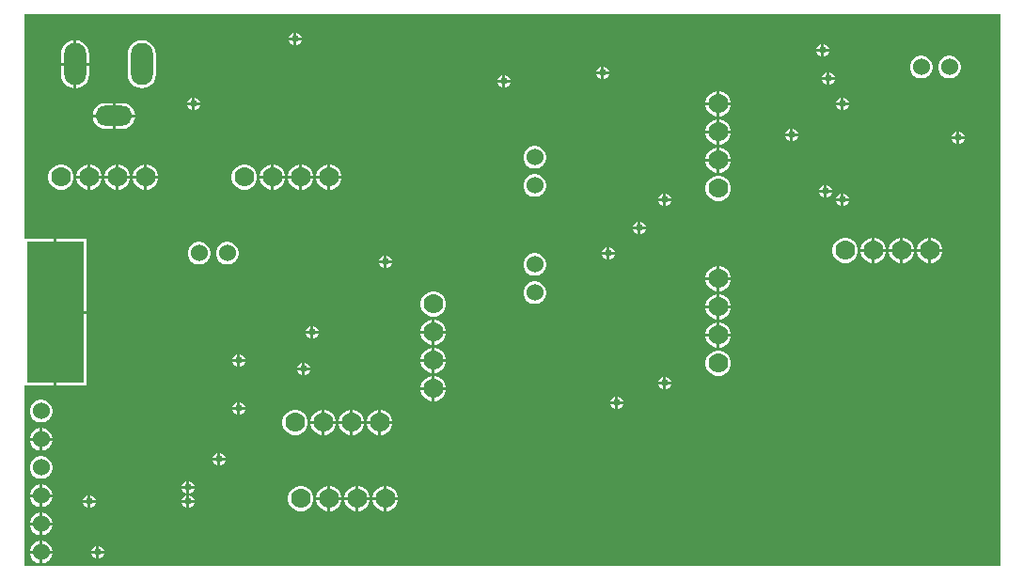
<source format=gbl>
G04*
G04 #@! TF.GenerationSoftware,Altium Limited,Altium Designer,23.1.1 (15)*
G04*
G04 Layer_Physical_Order=2*
G04 Layer_Color=16711680*
%FSLAX44Y44*%
%MOMM*%
G71*
G04*
G04 #@! TF.SameCoordinates,1FA4A5A5-67A0-4D6D-842F-5CAA9539815A*
G04*
G04*
G04 #@! TF.FilePolarity,Positive*
G04*
G01*
G75*
%ADD55C,1.7780*%
%ADD56C,1.5240*%
%ADD57O,3.3000X1.8000*%
%ADD58O,2.0000X3.8000*%
%ADD59C,0.6350*%
%ADD60C,0.7112*%
%ADD61R,5.0800X12.7000*%
G36*
X883820Y5179D02*
X5179D01*
Y167640D01*
X31750D01*
Y233680D01*
Y299720D01*
X5179D01*
Y502821D01*
X883820D01*
Y5179D01*
D02*
G37*
%LPC*%
G36*
X250190Y485720D02*
Y481330D01*
X254580D01*
X253765Y483297D01*
X252157Y484905D01*
X250190Y485720D01*
D02*
G37*
G36*
X247650D02*
X245683Y484905D01*
X244075Y483297D01*
X243260Y481330D01*
X247650D01*
Y485720D01*
D02*
G37*
G36*
X254580Y478790D02*
X250190D01*
Y474400D01*
X252157Y475215D01*
X253765Y476823D01*
X254580Y478790D01*
D02*
G37*
G36*
X247650D02*
X243260D01*
X244075Y476823D01*
X245683Y475215D01*
X247650Y474400D01*
Y478790D01*
D02*
G37*
G36*
X725170Y475560D02*
Y471170D01*
X729560D01*
X728745Y473137D01*
X727137Y474745D01*
X725170Y475560D01*
D02*
G37*
G36*
X722630D02*
X720663Y474745D01*
X719055Y473137D01*
X718240Y471170D01*
X722630D01*
Y475560D01*
D02*
G37*
G36*
X729560Y468630D02*
X725170D01*
Y464240D01*
X727137Y465055D01*
X728745Y466663D01*
X729560Y468630D01*
D02*
G37*
G36*
X722630D02*
X718240D01*
X719055Y466663D01*
X720663Y465055D01*
X722630Y464240D01*
Y468630D01*
D02*
G37*
G36*
X52070Y478681D02*
Y458470D01*
X63448D01*
Y466200D01*
X63017Y469474D01*
X61754Y472524D01*
X59744Y475144D01*
X57124Y477154D01*
X54074Y478417D01*
X52070Y478681D01*
D02*
G37*
G36*
X49530D02*
X47526Y478417D01*
X44476Y477154D01*
X41856Y475144D01*
X39846Y472524D01*
X38583Y469474D01*
X38152Y466200D01*
Y458470D01*
X49530D01*
Y478681D01*
D02*
G37*
G36*
X527050Y455240D02*
Y450850D01*
X531440D01*
X530625Y452817D01*
X529017Y454425D01*
X527050Y455240D01*
D02*
G37*
G36*
X524510D02*
X522543Y454425D01*
X520935Y452817D01*
X520120Y450850D01*
X524510D01*
Y455240D01*
D02*
G37*
G36*
X730250Y450160D02*
Y445770D01*
X734640D01*
X733825Y447737D01*
X732217Y449345D01*
X730250Y450160D01*
D02*
G37*
G36*
X727710D02*
X725743Y449345D01*
X724135Y447737D01*
X723320Y445770D01*
X727710D01*
Y450160D01*
D02*
G37*
G36*
X839538Y464820D02*
X836862D01*
X834278Y464128D01*
X831962Y462790D01*
X830070Y460898D01*
X828732Y458582D01*
X828040Y455998D01*
Y453322D01*
X828732Y450738D01*
X830070Y448422D01*
X831962Y446530D01*
X834278Y445192D01*
X836862Y444500D01*
X839538D01*
X842122Y445192D01*
X844438Y446530D01*
X846330Y448422D01*
X847668Y450738D01*
X848360Y453322D01*
Y455998D01*
X847668Y458582D01*
X846330Y460898D01*
X844438Y462790D01*
X842122Y464128D01*
X839538Y464820D01*
D02*
G37*
G36*
X814138D02*
X811462D01*
X808878Y464128D01*
X806562Y462790D01*
X804670Y460898D01*
X803332Y458582D01*
X802640Y455998D01*
Y453322D01*
X803332Y450738D01*
X804670Y448422D01*
X806562Y446530D01*
X808878Y445192D01*
X811462Y444500D01*
X814138D01*
X816722Y445192D01*
X819038Y446530D01*
X820930Y448422D01*
X822268Y450738D01*
X822960Y453322D01*
Y455998D01*
X822268Y458582D01*
X820930Y460898D01*
X819038Y462790D01*
X816722Y464128D01*
X814138Y464820D01*
D02*
G37*
G36*
X531440Y448310D02*
X527050D01*
Y443920D01*
X529017Y444735D01*
X530625Y446343D01*
X531440Y448310D01*
D02*
G37*
G36*
X524510D02*
X520120D01*
X520935Y446343D01*
X522543Y444735D01*
X524510Y443920D01*
Y448310D01*
D02*
G37*
G36*
X438150Y447620D02*
Y443230D01*
X442540D01*
X441725Y445197D01*
X440117Y446805D01*
X438150Y447620D01*
D02*
G37*
G36*
X435610D02*
X433643Y446805D01*
X432035Y445197D01*
X431220Y443230D01*
X435610D01*
Y447620D01*
D02*
G37*
G36*
X734640Y443230D02*
X730250D01*
Y438840D01*
X732217Y439655D01*
X733825Y441263D01*
X734640Y443230D01*
D02*
G37*
G36*
X727710D02*
X723320D01*
X724135Y441263D01*
X725743Y439655D01*
X727710Y438840D01*
Y443230D01*
D02*
G37*
G36*
X442540Y440690D02*
X438150D01*
Y436300D01*
X440117Y437115D01*
X441725Y438723D01*
X442540Y440690D01*
D02*
G37*
G36*
X435610D02*
X431220D01*
X432035Y438723D01*
X433643Y437115D01*
X435610Y436300D01*
Y440690D01*
D02*
G37*
G36*
X63448Y455930D02*
X52070D01*
Y435719D01*
X54074Y435983D01*
X57124Y437246D01*
X59744Y439256D01*
X61754Y441876D01*
X63017Y444926D01*
X63448Y448200D01*
Y455930D01*
D02*
G37*
G36*
X49530D02*
X38152D01*
Y448200D01*
X38583Y444926D01*
X39846Y441876D01*
X41856Y439256D01*
X44476Y437246D01*
X47526Y435983D01*
X49530Y435719D01*
Y455930D01*
D02*
G37*
G36*
X110800Y478848D02*
X107526Y478417D01*
X104476Y477154D01*
X101856Y475144D01*
X99846Y472524D01*
X98583Y469474D01*
X98152Y466200D01*
Y448200D01*
X98583Y444926D01*
X99846Y441876D01*
X101856Y439256D01*
X104476Y437246D01*
X107526Y435983D01*
X110800Y435552D01*
X114074Y435983D01*
X117124Y437246D01*
X119744Y439256D01*
X121754Y441876D01*
X123017Y444926D01*
X123448Y448200D01*
Y466200D01*
X123017Y469474D01*
X121754Y472524D01*
X119744Y475144D01*
X117124Y477154D01*
X114074Y478417D01*
X110800Y478848D01*
D02*
G37*
G36*
X631425Y433070D02*
X631190D01*
Y422910D01*
X641350D01*
Y423145D01*
X640571Y426052D01*
X639066Y428658D01*
X636938Y430786D01*
X634332Y432291D01*
X631425Y433070D01*
D02*
G37*
G36*
X742950Y427300D02*
Y422910D01*
X747340D01*
X746525Y424877D01*
X744917Y426485D01*
X742950Y427300D01*
D02*
G37*
G36*
X740410D02*
X738443Y426485D01*
X736835Y424877D01*
X736020Y422910D01*
X740410D01*
Y427300D01*
D02*
G37*
G36*
X158750D02*
Y422910D01*
X163140D01*
X162325Y424877D01*
X160717Y426485D01*
X158750Y427300D01*
D02*
G37*
G36*
X156210D02*
X154243Y426485D01*
X152635Y424877D01*
X151820Y422910D01*
X156210D01*
Y427300D01*
D02*
G37*
G36*
X628650Y433070D02*
X628415D01*
X625508Y432291D01*
X622902Y430786D01*
X620774Y428658D01*
X619269Y426052D01*
X618490Y423145D01*
Y422910D01*
X628650D01*
Y433070D01*
D02*
G37*
G36*
X747340Y420370D02*
X742950D01*
Y415980D01*
X744917Y416795D01*
X746525Y418403D01*
X747340Y420370D01*
D02*
G37*
G36*
X740410D02*
X736020D01*
X736835Y418403D01*
X738443Y416795D01*
X740410Y415980D01*
Y420370D01*
D02*
G37*
G36*
X163140D02*
X158750D01*
Y415980D01*
X160717Y416795D01*
X162325Y418403D01*
X163140Y420370D01*
D02*
G37*
G36*
X156210D02*
X151820D01*
X152635Y418403D01*
X154243Y416795D01*
X156210Y415980D01*
Y420370D01*
D02*
G37*
G36*
X93300Y422340D02*
X87070D01*
Y411970D01*
X104772D01*
X104543Y413713D01*
X103380Y416520D01*
X101530Y418930D01*
X99120Y420780D01*
X96313Y421943D01*
X93300Y422340D01*
D02*
G37*
G36*
X84530D02*
X78300D01*
X75287Y421943D01*
X72480Y420780D01*
X70070Y418930D01*
X68220Y416520D01*
X67057Y413713D01*
X66828Y411970D01*
X84530D01*
Y422340D01*
D02*
G37*
G36*
X641350Y420370D02*
X631190D01*
Y410210D01*
X631425D01*
X634332Y410989D01*
X636938Y412494D01*
X639066Y414622D01*
X640571Y417228D01*
X641350Y420135D01*
Y420370D01*
D02*
G37*
G36*
X628650D02*
X618490D01*
Y420135D01*
X619269Y417228D01*
X620774Y414622D01*
X622902Y412494D01*
X625508Y410989D01*
X628415Y410210D01*
X628650D01*
Y420370D01*
D02*
G37*
G36*
X104772Y409430D02*
X87070D01*
Y399060D01*
X93300D01*
X96313Y399457D01*
X99120Y400620D01*
X101530Y402470D01*
X103380Y404880D01*
X104543Y407687D01*
X104772Y409430D01*
D02*
G37*
G36*
X84530D02*
X66828D01*
X67057Y407687D01*
X68220Y404880D01*
X70070Y402470D01*
X72480Y400620D01*
X75287Y399457D01*
X78300Y399060D01*
X84530D01*
Y409430D01*
D02*
G37*
G36*
X631425Y407670D02*
X631190D01*
Y397510D01*
X641350D01*
Y397745D01*
X640571Y400652D01*
X639066Y403258D01*
X636938Y405386D01*
X634332Y406891D01*
X631425Y407670D01*
D02*
G37*
G36*
X628650D02*
X628415D01*
X625508Y406891D01*
X622902Y405386D01*
X620774Y403258D01*
X619269Y400652D01*
X618490Y397745D01*
Y397510D01*
X628650D01*
Y407670D01*
D02*
G37*
G36*
X697230Y399360D02*
Y394970D01*
X701620D01*
X700805Y396937D01*
X699197Y398545D01*
X697230Y399360D01*
D02*
G37*
G36*
X694690D02*
X692723Y398545D01*
X691115Y396937D01*
X690300Y394970D01*
X694690D01*
Y399360D01*
D02*
G37*
G36*
X847090Y396820D02*
Y392430D01*
X851480D01*
X850665Y394397D01*
X849057Y396005D01*
X847090Y396820D01*
D02*
G37*
G36*
X844550D02*
X842583Y396005D01*
X840975Y394397D01*
X840160Y392430D01*
X844550D01*
Y396820D01*
D02*
G37*
G36*
X701620Y392430D02*
X697230D01*
Y388040D01*
X699197Y388855D01*
X700805Y390463D01*
X701620Y392430D01*
D02*
G37*
G36*
X694690D02*
X690300D01*
X691115Y390463D01*
X692723Y388855D01*
X694690Y388040D01*
Y392430D01*
D02*
G37*
G36*
X851480Y389890D02*
X847090D01*
Y385500D01*
X849057Y386315D01*
X850665Y387923D01*
X851480Y389890D01*
D02*
G37*
G36*
X844550D02*
X840160D01*
X840975Y387923D01*
X842583Y386315D01*
X844550Y385500D01*
Y389890D01*
D02*
G37*
G36*
X641350Y394970D02*
X631190D01*
Y384810D01*
X631425D01*
X634332Y385589D01*
X636938Y387094D01*
X639066Y389222D01*
X640571Y391828D01*
X641350Y394735D01*
Y394970D01*
D02*
G37*
G36*
X628650D02*
X618490D01*
Y394735D01*
X619269Y391828D01*
X620774Y389222D01*
X622902Y387094D01*
X625508Y385589D01*
X628415Y384810D01*
X628650D01*
Y394970D01*
D02*
G37*
G36*
X631425Y382270D02*
X631190D01*
Y372110D01*
X641350D01*
Y372345D01*
X640571Y375252D01*
X639066Y377858D01*
X636938Y379986D01*
X634332Y381491D01*
X631425Y382270D01*
D02*
G37*
G36*
X628650D02*
X628415D01*
X625508Y381491D01*
X622902Y379986D01*
X620774Y377858D01*
X619269Y375252D01*
X618490Y372345D01*
Y372110D01*
X628650D01*
Y382270D01*
D02*
G37*
G36*
X466158Y383540D02*
X463482D01*
X460898Y382848D01*
X458582Y381510D01*
X456690Y379618D01*
X455352Y377302D01*
X454660Y374718D01*
Y372042D01*
X455352Y369458D01*
X456690Y367142D01*
X458582Y365250D01*
X460898Y363912D01*
X463482Y363220D01*
X466158D01*
X468742Y363912D01*
X471058Y365250D01*
X472950Y367142D01*
X474288Y369458D01*
X474980Y372042D01*
Y374718D01*
X474288Y377302D01*
X472950Y379618D01*
X471058Y381510D01*
X468742Y382848D01*
X466158Y383540D01*
D02*
G37*
G36*
X641350Y369570D02*
X631190D01*
Y359410D01*
X631425D01*
X634332Y360189D01*
X636938Y361694D01*
X639066Y363822D01*
X640571Y366428D01*
X641350Y369335D01*
Y369570D01*
D02*
G37*
G36*
X628650D02*
X618490D01*
Y369335D01*
X619269Y366428D01*
X620774Y363822D01*
X622902Y361694D01*
X625508Y360189D01*
X628415Y359410D01*
X628650D01*
Y369570D01*
D02*
G37*
G36*
X280905Y367030D02*
X280670D01*
Y356870D01*
X290830D01*
Y357105D01*
X290051Y360012D01*
X288546Y362618D01*
X286418Y364746D01*
X283812Y366251D01*
X280905Y367030D01*
D02*
G37*
G36*
X278130D02*
X277895D01*
X274988Y366251D01*
X272382Y364746D01*
X270254Y362618D01*
X268749Y360012D01*
X267970Y357105D01*
Y356870D01*
X278130D01*
Y367030D01*
D02*
G37*
G36*
X255505D02*
X255270D01*
Y356870D01*
X265430D01*
Y357105D01*
X264651Y360012D01*
X263146Y362618D01*
X261018Y364746D01*
X258412Y366251D01*
X255505Y367030D01*
D02*
G37*
G36*
X252730D02*
X252495D01*
X249588Y366251D01*
X246982Y364746D01*
X244854Y362618D01*
X243349Y360012D01*
X242570Y357105D01*
Y356870D01*
X252730D01*
Y367030D01*
D02*
G37*
G36*
X230105D02*
X229870D01*
Y356870D01*
X240030D01*
Y357105D01*
X239251Y360012D01*
X237746Y362618D01*
X235618Y364746D01*
X233012Y366251D01*
X230105Y367030D01*
D02*
G37*
G36*
X227330D02*
X227095D01*
X224188Y366251D01*
X221582Y364746D01*
X219454Y362618D01*
X217949Y360012D01*
X217170Y357105D01*
Y356870D01*
X227330D01*
Y367030D01*
D02*
G37*
G36*
X115805D02*
X115570D01*
Y356870D01*
X125730D01*
Y357105D01*
X124951Y360012D01*
X123446Y362618D01*
X121318Y364746D01*
X118712Y366251D01*
X115805Y367030D01*
D02*
G37*
G36*
X113030D02*
X112795D01*
X109888Y366251D01*
X107282Y364746D01*
X105154Y362618D01*
X103649Y360012D01*
X102870Y357105D01*
Y356870D01*
X113030D01*
Y367030D01*
D02*
G37*
G36*
X90405D02*
X90170D01*
Y356870D01*
X100330D01*
Y357105D01*
X99551Y360012D01*
X98046Y362618D01*
X95918Y364746D01*
X93312Y366251D01*
X90405Y367030D01*
D02*
G37*
G36*
X87630D02*
X87395D01*
X84488Y366251D01*
X81882Y364746D01*
X79754Y362618D01*
X78249Y360012D01*
X77470Y357105D01*
Y356870D01*
X87630D01*
Y367030D01*
D02*
G37*
G36*
X65005D02*
X64770D01*
Y356870D01*
X74930D01*
Y357105D01*
X74151Y360012D01*
X72646Y362618D01*
X70518Y364746D01*
X67912Y366251D01*
X65005Y367030D01*
D02*
G37*
G36*
X62230D02*
X61995D01*
X59088Y366251D01*
X56482Y364746D01*
X54354Y362618D01*
X52849Y360012D01*
X52070Y357105D01*
Y356870D01*
X62230D01*
Y367030D01*
D02*
G37*
G36*
X727710Y348560D02*
Y344170D01*
X732100D01*
X731285Y346137D01*
X729677Y347745D01*
X727710Y348560D01*
D02*
G37*
G36*
X725170D02*
X723203Y347745D01*
X721595Y346137D01*
X720780Y344170D01*
X725170D01*
Y348560D01*
D02*
G37*
G36*
X290830Y354330D02*
X280670D01*
Y344170D01*
X280905D01*
X283812Y344949D01*
X286418Y346454D01*
X288546Y348582D01*
X290051Y351188D01*
X290830Y354095D01*
Y354330D01*
D02*
G37*
G36*
X278130D02*
X267970D01*
Y354095D01*
X268749Y351188D01*
X270254Y348582D01*
X272382Y346454D01*
X274988Y344949D01*
X277895Y344170D01*
X278130D01*
Y354330D01*
D02*
G37*
G36*
X265430D02*
X255270D01*
Y344170D01*
X255505D01*
X258412Y344949D01*
X261018Y346454D01*
X263146Y348582D01*
X264651Y351188D01*
X265430Y354095D01*
Y354330D01*
D02*
G37*
G36*
X252730D02*
X242570D01*
Y354095D01*
X243349Y351188D01*
X244854Y348582D01*
X246982Y346454D01*
X249588Y344949D01*
X252495Y344170D01*
X252730D01*
Y354330D01*
D02*
G37*
G36*
X240030D02*
X229870D01*
Y344170D01*
X230105D01*
X233012Y344949D01*
X235618Y346454D01*
X237746Y348582D01*
X239251Y351188D01*
X240030Y354095D01*
Y354330D01*
D02*
G37*
G36*
X227330D02*
X217170D01*
Y354095D01*
X217949Y351188D01*
X219454Y348582D01*
X221582Y346454D01*
X224188Y344949D01*
X227095Y344170D01*
X227330D01*
Y354330D01*
D02*
G37*
G36*
X204705Y367030D02*
X201695D01*
X198788Y366251D01*
X196182Y364746D01*
X194054Y362618D01*
X192549Y360012D01*
X191770Y357105D01*
Y354095D01*
X192549Y351188D01*
X194054Y348582D01*
X196182Y346454D01*
X198788Y344949D01*
X201695Y344170D01*
X204705D01*
X207612Y344949D01*
X210218Y346454D01*
X212346Y348582D01*
X213851Y351188D01*
X214630Y354095D01*
Y357105D01*
X213851Y360012D01*
X212346Y362618D01*
X210218Y364746D01*
X207612Y366251D01*
X204705Y367030D01*
D02*
G37*
G36*
X125730Y354330D02*
X115570D01*
Y344170D01*
X115805D01*
X118712Y344949D01*
X121318Y346454D01*
X123446Y348582D01*
X124951Y351188D01*
X125730Y354095D01*
Y354330D01*
D02*
G37*
G36*
X113030D02*
X102870D01*
Y354095D01*
X103649Y351188D01*
X105154Y348582D01*
X107282Y346454D01*
X109888Y344949D01*
X112795Y344170D01*
X113030D01*
Y354330D01*
D02*
G37*
G36*
X100330D02*
X90170D01*
Y344170D01*
X90405D01*
X93312Y344949D01*
X95918Y346454D01*
X98046Y348582D01*
X99551Y351188D01*
X100330Y354095D01*
Y354330D01*
D02*
G37*
G36*
X87630D02*
X77470D01*
Y354095D01*
X78249Y351188D01*
X79754Y348582D01*
X81882Y346454D01*
X84488Y344949D01*
X87395Y344170D01*
X87630D01*
Y354330D01*
D02*
G37*
G36*
X74930D02*
X64770D01*
Y344170D01*
X65005D01*
X67912Y344949D01*
X70518Y346454D01*
X72646Y348582D01*
X74151Y351188D01*
X74930Y354095D01*
Y354330D01*
D02*
G37*
G36*
X62230D02*
X52070D01*
Y354095D01*
X52849Y351188D01*
X54354Y348582D01*
X56482Y346454D01*
X59088Y344949D01*
X61995Y344170D01*
X62230D01*
Y354330D01*
D02*
G37*
G36*
X39605Y367030D02*
X36595D01*
X33688Y366251D01*
X31082Y364746D01*
X28954Y362618D01*
X27449Y360012D01*
X26670Y357105D01*
Y354095D01*
X27449Y351188D01*
X28954Y348582D01*
X31082Y346454D01*
X33688Y344949D01*
X36595Y344170D01*
X39605D01*
X42512Y344949D01*
X45118Y346454D01*
X47246Y348582D01*
X48751Y351188D01*
X49530Y354095D01*
Y357105D01*
X48751Y360012D01*
X47246Y362618D01*
X45118Y364746D01*
X42512Y366251D01*
X39605Y367030D01*
D02*
G37*
G36*
X466158Y358140D02*
X463482D01*
X460898Y357448D01*
X458582Y356110D01*
X456690Y354218D01*
X455352Y351902D01*
X454660Y349318D01*
Y346642D01*
X455352Y344058D01*
X456690Y341742D01*
X458582Y339850D01*
X460898Y338512D01*
X463482Y337820D01*
X466158D01*
X468742Y338512D01*
X471058Y339850D01*
X472950Y341742D01*
X474288Y344058D01*
X474980Y346642D01*
Y349318D01*
X474288Y351902D01*
X472950Y354218D01*
X471058Y356110D01*
X468742Y357448D01*
X466158Y358140D01*
D02*
G37*
G36*
X732100Y341630D02*
X727710D01*
Y337240D01*
X729677Y338055D01*
X731285Y339663D01*
X732100Y341630D01*
D02*
G37*
G36*
X725170D02*
X720780D01*
X721595Y339663D01*
X723203Y338055D01*
X725170Y337240D01*
Y341630D01*
D02*
G37*
G36*
X742950Y340940D02*
Y336550D01*
X747340D01*
X746525Y338517D01*
X744917Y340125D01*
X742950Y340940D01*
D02*
G37*
G36*
X740410D02*
X738443Y340125D01*
X736835Y338517D01*
X736020Y336550D01*
X740410D01*
Y340940D01*
D02*
G37*
G36*
X582930D02*
Y336550D01*
X587320D01*
X586505Y338517D01*
X584897Y340125D01*
X582930Y340940D01*
D02*
G37*
G36*
X580390D02*
X578423Y340125D01*
X576815Y338517D01*
X576000Y336550D01*
X580390D01*
Y340940D01*
D02*
G37*
G36*
X631425Y356870D02*
X628415D01*
X625508Y356091D01*
X622902Y354586D01*
X620774Y352458D01*
X619269Y349852D01*
X618490Y346945D01*
Y343935D01*
X619269Y341028D01*
X620774Y338422D01*
X622902Y336294D01*
X625508Y334789D01*
X628415Y334010D01*
X631425D01*
X634332Y334789D01*
X636938Y336294D01*
X639066Y338422D01*
X640571Y341028D01*
X641350Y343935D01*
Y346945D01*
X640571Y349852D01*
X639066Y352458D01*
X636938Y354586D01*
X634332Y356091D01*
X631425Y356870D01*
D02*
G37*
G36*
X747340Y334010D02*
X742950D01*
Y329620D01*
X744917Y330435D01*
X746525Y332043D01*
X747340Y334010D01*
D02*
G37*
G36*
X740410D02*
X736020D01*
X736835Y332043D01*
X738443Y330435D01*
X740410Y329620D01*
Y334010D01*
D02*
G37*
G36*
X587320D02*
X582930D01*
Y329620D01*
X584897Y330435D01*
X586505Y332043D01*
X587320Y334010D01*
D02*
G37*
G36*
X580390D02*
X576000D01*
X576815Y332043D01*
X578423Y330435D01*
X580390Y329620D01*
Y334010D01*
D02*
G37*
G36*
X560070Y315540D02*
Y311150D01*
X564460D01*
X563645Y313117D01*
X562037Y314725D01*
X560070Y315540D01*
D02*
G37*
G36*
X557530D02*
X555563Y314725D01*
X553955Y313117D01*
X553140Y311150D01*
X557530D01*
Y315540D01*
D02*
G37*
G36*
X564460Y308610D02*
X560070D01*
Y304220D01*
X562037Y305035D01*
X563645Y306643D01*
X564460Y308610D01*
D02*
G37*
G36*
X557530D02*
X553140D01*
X553955Y306643D01*
X555563Y305035D01*
X557530Y304220D01*
Y308610D01*
D02*
G37*
G36*
X821925Y300990D02*
X821690D01*
Y290830D01*
X831850D01*
Y291065D01*
X831071Y293972D01*
X829566Y296578D01*
X827438Y298706D01*
X824832Y300211D01*
X821925Y300990D01*
D02*
G37*
G36*
X819150D02*
X818915D01*
X816008Y300211D01*
X813402Y298706D01*
X811274Y296578D01*
X809769Y293972D01*
X808990Y291065D01*
Y290830D01*
X819150D01*
Y300990D01*
D02*
G37*
G36*
X796525D02*
X796290D01*
Y290830D01*
X806450D01*
Y291065D01*
X805671Y293972D01*
X804166Y296578D01*
X802038Y298706D01*
X799432Y300211D01*
X796525Y300990D01*
D02*
G37*
G36*
X793750D02*
X793515D01*
X790608Y300211D01*
X788002Y298706D01*
X785874Y296578D01*
X784369Y293972D01*
X783590Y291065D01*
Y290830D01*
X793750D01*
Y300990D01*
D02*
G37*
G36*
X771125D02*
X770890D01*
Y290830D01*
X781050D01*
Y291065D01*
X780271Y293972D01*
X778766Y296578D01*
X776638Y298706D01*
X774032Y300211D01*
X771125Y300990D01*
D02*
G37*
G36*
X768350D02*
X768115D01*
X765208Y300211D01*
X762602Y298706D01*
X760474Y296578D01*
X758969Y293972D01*
X758190Y291065D01*
Y290830D01*
X768350D01*
Y300990D01*
D02*
G37*
G36*
X532130Y292680D02*
Y288290D01*
X536520D01*
X535705Y290257D01*
X534097Y291865D01*
X532130Y292680D01*
D02*
G37*
G36*
X529590D02*
X527623Y291865D01*
X526015Y290257D01*
X525200Y288290D01*
X529590D01*
Y292680D01*
D02*
G37*
G36*
X536520Y285750D02*
X532130D01*
Y281360D01*
X534097Y282175D01*
X535705Y283783D01*
X536520Y285750D01*
D02*
G37*
G36*
X529590D02*
X525200D01*
X526015Y283783D01*
X527623Y282175D01*
X529590Y281360D01*
Y285750D01*
D02*
G37*
G36*
X331470Y285060D02*
Y280670D01*
X335860D01*
X335045Y282637D01*
X333437Y284245D01*
X331470Y285060D01*
D02*
G37*
G36*
X328930D02*
X326963Y284245D01*
X325355Y282637D01*
X324540Y280670D01*
X328930D01*
Y285060D01*
D02*
G37*
G36*
X831850Y288290D02*
X821690D01*
Y278130D01*
X821925D01*
X824832Y278909D01*
X827438Y280414D01*
X829566Y282542D01*
X831071Y285148D01*
X831850Y288055D01*
Y288290D01*
D02*
G37*
G36*
X819150D02*
X808990D01*
Y288055D01*
X809769Y285148D01*
X811274Y282542D01*
X813402Y280414D01*
X816008Y278909D01*
X818915Y278130D01*
X819150D01*
Y288290D01*
D02*
G37*
G36*
X806450D02*
X796290D01*
Y278130D01*
X796525D01*
X799432Y278909D01*
X802038Y280414D01*
X804166Y282542D01*
X805671Y285148D01*
X806450Y288055D01*
Y288290D01*
D02*
G37*
G36*
X793750D02*
X783590D01*
Y288055D01*
X784369Y285148D01*
X785874Y282542D01*
X788002Y280414D01*
X790608Y278909D01*
X793515Y278130D01*
X793750D01*
Y288290D01*
D02*
G37*
G36*
X781050D02*
X770890D01*
Y278130D01*
X771125D01*
X774032Y278909D01*
X776638Y280414D01*
X778766Y282542D01*
X780271Y285148D01*
X781050Y288055D01*
Y288290D01*
D02*
G37*
G36*
X768350D02*
X758190D01*
Y288055D01*
X758969Y285148D01*
X760474Y282542D01*
X762602Y280414D01*
X765208Y278909D01*
X768115Y278130D01*
X768350D01*
Y288290D01*
D02*
G37*
G36*
X745725Y300990D02*
X742715D01*
X739808Y300211D01*
X737202Y298706D01*
X735074Y296578D01*
X733569Y293972D01*
X732790Y291065D01*
Y288055D01*
X733569Y285148D01*
X735074Y282542D01*
X737202Y280414D01*
X739808Y278909D01*
X742715Y278130D01*
X745725D01*
X748632Y278909D01*
X751238Y280414D01*
X753366Y282542D01*
X754871Y285148D01*
X755650Y288055D01*
Y291065D01*
X754871Y293972D01*
X753366Y296578D01*
X751238Y298706D01*
X748632Y300211D01*
X745725Y300990D01*
D02*
G37*
G36*
X189298Y297180D02*
X186622D01*
X184038Y296488D01*
X181722Y295150D01*
X179830Y293258D01*
X178492Y290942D01*
X177800Y288358D01*
Y285682D01*
X178492Y283098D01*
X179830Y280782D01*
X181722Y278890D01*
X184038Y277552D01*
X186622Y276860D01*
X189298D01*
X191882Y277552D01*
X194198Y278890D01*
X196090Y280782D01*
X197428Y283098D01*
X198120Y285682D01*
Y288358D01*
X197428Y290942D01*
X196090Y293258D01*
X194198Y295150D01*
X191882Y296488D01*
X189298Y297180D01*
D02*
G37*
G36*
X163898D02*
X161222D01*
X158638Y296488D01*
X156322Y295150D01*
X154430Y293258D01*
X153092Y290942D01*
X152400Y288358D01*
Y285682D01*
X153092Y283098D01*
X154430Y280782D01*
X156322Y278890D01*
X158638Y277552D01*
X161222Y276860D01*
X163898D01*
X166482Y277552D01*
X168798Y278890D01*
X170690Y280782D01*
X172028Y283098D01*
X172720Y285682D01*
Y288358D01*
X172028Y290942D01*
X170690Y293258D01*
X168798Y295150D01*
X166482Y296488D01*
X163898Y297180D01*
D02*
G37*
G36*
X335860Y278130D02*
X331470D01*
Y273740D01*
X333437Y274555D01*
X335045Y276163D01*
X335860Y278130D01*
D02*
G37*
G36*
X328930D02*
X324540D01*
X325355Y276163D01*
X326963Y274555D01*
X328930Y273740D01*
Y278130D01*
D02*
G37*
G36*
X466158Y287020D02*
X463482D01*
X460898Y286328D01*
X458582Y284990D01*
X456690Y283098D01*
X455352Y280782D01*
X454660Y278198D01*
Y275522D01*
X455352Y272938D01*
X456690Y270622D01*
X458582Y268730D01*
X460898Y267392D01*
X463482Y266700D01*
X466158D01*
X468742Y267392D01*
X471058Y268730D01*
X472950Y270622D01*
X474288Y272938D01*
X474980Y275522D01*
Y278198D01*
X474288Y280782D01*
X472950Y283098D01*
X471058Y284990D01*
X468742Y286328D01*
X466158Y287020D01*
D02*
G37*
G36*
X631425Y275590D02*
X631190D01*
Y265430D01*
X641350D01*
Y265665D01*
X640571Y268572D01*
X639066Y271178D01*
X636938Y273306D01*
X634332Y274811D01*
X631425Y275590D01*
D02*
G37*
G36*
X628650D02*
X628415D01*
X625508Y274811D01*
X622902Y273306D01*
X620774Y271178D01*
X619269Y268572D01*
X618490Y265665D01*
Y265430D01*
X628650D01*
Y275590D01*
D02*
G37*
G36*
X641350Y262890D02*
X631190D01*
Y252730D01*
X631425D01*
X634332Y253509D01*
X636938Y255014D01*
X639066Y257142D01*
X640571Y259748D01*
X641350Y262655D01*
Y262890D01*
D02*
G37*
G36*
X628650D02*
X618490D01*
Y262655D01*
X619269Y259748D01*
X620774Y257142D01*
X622902Y255014D01*
X625508Y253509D01*
X628415Y252730D01*
X628650D01*
Y262890D01*
D02*
G37*
G36*
X466158Y261620D02*
X463482D01*
X460898Y260928D01*
X458582Y259590D01*
X456690Y257698D01*
X455352Y255382D01*
X454660Y252798D01*
Y250122D01*
X455352Y247538D01*
X456690Y245222D01*
X458582Y243330D01*
X460898Y241992D01*
X463482Y241300D01*
X466158D01*
X468742Y241992D01*
X471058Y243330D01*
X472950Y245222D01*
X474288Y247538D01*
X474980Y250122D01*
Y252798D01*
X474288Y255382D01*
X472950Y257698D01*
X471058Y259590D01*
X468742Y260928D01*
X466158Y261620D01*
D02*
G37*
G36*
X631425Y250190D02*
X631190D01*
Y240030D01*
X641350D01*
Y240265D01*
X640571Y243172D01*
X639066Y245778D01*
X636938Y247906D01*
X634332Y249411D01*
X631425Y250190D01*
D02*
G37*
G36*
X628650D02*
X628415D01*
X625508Y249411D01*
X622902Y247906D01*
X620774Y245778D01*
X619269Y243172D01*
X618490Y240265D01*
Y240030D01*
X628650D01*
Y250190D01*
D02*
G37*
G36*
X60960Y299720D02*
X34290D01*
Y234950D01*
X60960D01*
Y299720D01*
D02*
G37*
G36*
X374885Y252730D02*
X371875D01*
X368968Y251951D01*
X366362Y250446D01*
X364234Y248318D01*
X362729Y245712D01*
X361950Y242805D01*
Y239795D01*
X362729Y236888D01*
X364234Y234282D01*
X366362Y232154D01*
X368968Y230649D01*
X371875Y229870D01*
X374885D01*
X377792Y230649D01*
X380398Y232154D01*
X382526Y234282D01*
X384031Y236888D01*
X384810Y239795D01*
Y242805D01*
X384031Y245712D01*
X382526Y248318D01*
X380398Y250446D01*
X377792Y251951D01*
X374885Y252730D01*
D02*
G37*
G36*
X641350Y237490D02*
X631190D01*
Y227330D01*
X631425D01*
X634332Y228109D01*
X636938Y229614D01*
X639066Y231742D01*
X640571Y234348D01*
X641350Y237255D01*
Y237490D01*
D02*
G37*
G36*
X628650D02*
X618490D01*
Y237255D01*
X619269Y234348D01*
X620774Y231742D01*
X622902Y229614D01*
X625508Y228109D01*
X628415Y227330D01*
X628650D01*
Y237490D01*
D02*
G37*
G36*
X374885Y227330D02*
X374650D01*
Y217170D01*
X384810D01*
Y217405D01*
X384031Y220312D01*
X382526Y222918D01*
X380398Y225046D01*
X377792Y226551D01*
X374885Y227330D01*
D02*
G37*
G36*
X265430Y221560D02*
Y217170D01*
X269820D01*
X269005Y219137D01*
X267397Y220745D01*
X265430Y221560D01*
D02*
G37*
G36*
X262890D02*
X260923Y220745D01*
X259315Y219137D01*
X258500Y217170D01*
X262890D01*
Y221560D01*
D02*
G37*
G36*
X372110Y227330D02*
X371875D01*
X368968Y226551D01*
X366362Y225046D01*
X364234Y222918D01*
X362729Y220312D01*
X361950Y217405D01*
Y217170D01*
X372110D01*
Y227330D01*
D02*
G37*
G36*
X631425Y224790D02*
X631190D01*
Y214630D01*
X641350D01*
Y214865D01*
X640571Y217772D01*
X639066Y220378D01*
X636938Y222506D01*
X634332Y224011D01*
X631425Y224790D01*
D02*
G37*
G36*
X628650D02*
X628415D01*
X625508Y224011D01*
X622902Y222506D01*
X620774Y220378D01*
X619269Y217772D01*
X618490Y214865D01*
Y214630D01*
X628650D01*
Y224790D01*
D02*
G37*
G36*
X269820Y214630D02*
X265430D01*
Y210240D01*
X267397Y211055D01*
X269005Y212663D01*
X269820Y214630D01*
D02*
G37*
G36*
X262890D02*
X258500D01*
X259315Y212663D01*
X260923Y211055D01*
X262890Y210240D01*
Y214630D01*
D02*
G37*
G36*
X384810D02*
X374650D01*
Y204470D01*
X374885D01*
X377792Y205249D01*
X380398Y206754D01*
X382526Y208882D01*
X384031Y211488D01*
X384810Y214395D01*
Y214630D01*
D02*
G37*
G36*
X372110D02*
X361950D01*
Y214395D01*
X362729Y211488D01*
X364234Y208882D01*
X366362Y206754D01*
X368968Y205249D01*
X371875Y204470D01*
X372110D01*
Y214630D01*
D02*
G37*
G36*
X641350Y212090D02*
X631190D01*
Y201930D01*
X631425D01*
X634332Y202709D01*
X636938Y204214D01*
X639066Y206342D01*
X640571Y208948D01*
X641350Y211855D01*
Y212090D01*
D02*
G37*
G36*
X628650D02*
X618490D01*
Y211855D01*
X619269Y208948D01*
X620774Y206342D01*
X622902Y204214D01*
X625508Y202709D01*
X628415Y201930D01*
X628650D01*
Y212090D01*
D02*
G37*
G36*
X374885Y201930D02*
X374650D01*
Y191770D01*
X384810D01*
Y192005D01*
X384031Y194912D01*
X382526Y197518D01*
X380398Y199646D01*
X377792Y201151D01*
X374885Y201930D01*
D02*
G37*
G36*
X199390Y196160D02*
Y191770D01*
X203780D01*
X202965Y193737D01*
X201357Y195345D01*
X199390Y196160D01*
D02*
G37*
G36*
X196850D02*
X194883Y195345D01*
X193275Y193737D01*
X192460Y191770D01*
X196850D01*
Y196160D01*
D02*
G37*
G36*
X372110Y201930D02*
X371875D01*
X368968Y201151D01*
X366362Y199646D01*
X364234Y197518D01*
X362729Y194912D01*
X361950Y192005D01*
Y191770D01*
X372110D01*
Y201930D01*
D02*
G37*
G36*
X203780Y189230D02*
X199390D01*
Y184840D01*
X201357Y185655D01*
X202965Y187263D01*
X203780Y189230D01*
D02*
G37*
G36*
X196850D02*
X192460D01*
X193275Y187263D01*
X194883Y185655D01*
X196850Y184840D01*
Y189230D01*
D02*
G37*
G36*
X257810Y188540D02*
Y184150D01*
X262200D01*
X261385Y186117D01*
X259777Y187725D01*
X257810Y188540D01*
D02*
G37*
G36*
X255270D02*
X253303Y187725D01*
X251695Y186117D01*
X250880Y184150D01*
X255270D01*
Y188540D01*
D02*
G37*
G36*
X384810Y189230D02*
X374650D01*
Y179070D01*
X374885D01*
X377792Y179849D01*
X380398Y181354D01*
X382526Y183482D01*
X384031Y186088D01*
X384810Y188995D01*
Y189230D01*
D02*
G37*
G36*
X372110D02*
X361950D01*
Y188995D01*
X362729Y186088D01*
X364234Y183482D01*
X366362Y181354D01*
X368968Y179849D01*
X371875Y179070D01*
X372110D01*
Y189230D01*
D02*
G37*
G36*
X262200Y181610D02*
X257810D01*
Y177220D01*
X259777Y178035D01*
X261385Y179643D01*
X262200Y181610D01*
D02*
G37*
G36*
X255270D02*
X250880D01*
X251695Y179643D01*
X253303Y178035D01*
X255270Y177220D01*
Y181610D01*
D02*
G37*
G36*
X631425Y199390D02*
X628415D01*
X625508Y198611D01*
X622902Y197106D01*
X620774Y194978D01*
X619269Y192372D01*
X618490Y189465D01*
Y186455D01*
X619269Y183548D01*
X620774Y180942D01*
X622902Y178814D01*
X625508Y177309D01*
X628415Y176530D01*
X631425D01*
X634332Y177309D01*
X636938Y178814D01*
X639066Y180942D01*
X640571Y183548D01*
X641350Y186455D01*
Y189465D01*
X640571Y192372D01*
X639066Y194978D01*
X636938Y197106D01*
X634332Y198611D01*
X631425Y199390D01*
D02*
G37*
G36*
X582930Y175840D02*
Y171450D01*
X587320D01*
X586505Y173417D01*
X584897Y175025D01*
X582930Y175840D01*
D02*
G37*
G36*
X580390D02*
X578423Y175025D01*
X576815Y173417D01*
X576000Y171450D01*
X580390D01*
Y175840D01*
D02*
G37*
G36*
X60960Y232410D02*
X34290D01*
Y167640D01*
X60960D01*
Y232410D01*
D02*
G37*
G36*
X374885Y176530D02*
X374650D01*
Y166370D01*
X384810D01*
Y166605D01*
X384031Y169512D01*
X382526Y172118D01*
X380398Y174246D01*
X377792Y175751D01*
X374885Y176530D01*
D02*
G37*
G36*
X372110D02*
X371875D01*
X368968Y175751D01*
X366362Y174246D01*
X364234Y172118D01*
X362729Y169512D01*
X361950Y166605D01*
Y166370D01*
X372110D01*
Y176530D01*
D02*
G37*
G36*
X587320Y168910D02*
X582930D01*
Y164520D01*
X584897Y165335D01*
X586505Y166943D01*
X587320Y168910D01*
D02*
G37*
G36*
X580390D02*
X576000D01*
X576815Y166943D01*
X578423Y165335D01*
X580390Y164520D01*
Y168910D01*
D02*
G37*
G36*
X539750Y158060D02*
Y153670D01*
X544140D01*
X543325Y155637D01*
X541717Y157245D01*
X539750Y158060D01*
D02*
G37*
G36*
X537210D02*
X535243Y157245D01*
X533635Y155637D01*
X532820Y153670D01*
X537210D01*
Y158060D01*
D02*
G37*
G36*
X384810Y163830D02*
X374650D01*
Y153670D01*
X374885D01*
X377792Y154449D01*
X380398Y155954D01*
X382526Y158082D01*
X384031Y160688D01*
X384810Y163595D01*
Y163830D01*
D02*
G37*
G36*
X372110D02*
X361950D01*
Y163595D01*
X362729Y160688D01*
X364234Y158082D01*
X366362Y155954D01*
X368968Y154449D01*
X371875Y153670D01*
X372110D01*
Y163830D01*
D02*
G37*
G36*
X199390Y152980D02*
Y148590D01*
X203780D01*
X202965Y150557D01*
X201357Y152165D01*
X199390Y152980D01*
D02*
G37*
G36*
X196850D02*
X194883Y152165D01*
X193275Y150557D01*
X192460Y148590D01*
X196850D01*
Y152980D01*
D02*
G37*
G36*
X544140Y151130D02*
X539750D01*
Y146740D01*
X541717Y147555D01*
X543325Y149163D01*
X544140Y151130D01*
D02*
G37*
G36*
X537210D02*
X532820D01*
X533635Y149163D01*
X535243Y147555D01*
X537210Y146740D01*
Y151130D01*
D02*
G37*
G36*
X203780Y146050D02*
X199390D01*
Y141660D01*
X201357Y142475D01*
X202965Y144083D01*
X203780Y146050D01*
D02*
G37*
G36*
X196850D02*
X192460D01*
X193275Y144083D01*
X194883Y142475D01*
X196850Y141660D01*
Y146050D01*
D02*
G37*
G36*
X326625D02*
X326390D01*
Y135890D01*
X336550D01*
Y136125D01*
X335771Y139032D01*
X334266Y141638D01*
X332138Y143766D01*
X329532Y145271D01*
X326625Y146050D01*
D02*
G37*
G36*
X323850D02*
X323615D01*
X320708Y145271D01*
X318102Y143766D01*
X315974Y141638D01*
X314469Y139032D01*
X313690Y136125D01*
Y135890D01*
X323850D01*
Y146050D01*
D02*
G37*
G36*
X301225D02*
X300990D01*
Y135890D01*
X311150D01*
Y136125D01*
X310371Y139032D01*
X308866Y141638D01*
X306738Y143766D01*
X304132Y145271D01*
X301225Y146050D01*
D02*
G37*
G36*
X298450D02*
X298215D01*
X295308Y145271D01*
X292702Y143766D01*
X290574Y141638D01*
X289069Y139032D01*
X288290Y136125D01*
Y135890D01*
X298450D01*
Y146050D01*
D02*
G37*
G36*
X275825D02*
X275590D01*
Y135890D01*
X285750D01*
Y136125D01*
X284971Y139032D01*
X283466Y141638D01*
X281338Y143766D01*
X278732Y145271D01*
X275825Y146050D01*
D02*
G37*
G36*
X273050D02*
X272815D01*
X269908Y145271D01*
X267302Y143766D01*
X265174Y141638D01*
X263669Y139032D01*
X262890Y136125D01*
Y135890D01*
X273050D01*
Y146050D01*
D02*
G37*
G36*
X21658Y154940D02*
X18982D01*
X16398Y154248D01*
X14082Y152910D01*
X12190Y151018D01*
X10852Y148702D01*
X10160Y146118D01*
Y143442D01*
X10852Y140858D01*
X12190Y138542D01*
X14082Y136650D01*
X16398Y135312D01*
X18982Y134620D01*
X21658D01*
X24242Y135312D01*
X26558Y136650D01*
X28450Y138542D01*
X29788Y140858D01*
X30480Y143442D01*
Y146118D01*
X29788Y148702D01*
X28450Y151018D01*
X26558Y152910D01*
X24242Y154248D01*
X21658Y154940D01*
D02*
G37*
G36*
X336550Y133350D02*
X326390D01*
Y123190D01*
X326625D01*
X329532Y123969D01*
X332138Y125474D01*
X334266Y127602D01*
X335771Y130208D01*
X336550Y133115D01*
Y133350D01*
D02*
G37*
G36*
X323850D02*
X313690D01*
Y133115D01*
X314469Y130208D01*
X315974Y127602D01*
X318102Y125474D01*
X320708Y123969D01*
X323615Y123190D01*
X323850D01*
Y133350D01*
D02*
G37*
G36*
X311150D02*
X300990D01*
Y123190D01*
X301225D01*
X304132Y123969D01*
X306738Y125474D01*
X308866Y127602D01*
X310371Y130208D01*
X311150Y133115D01*
Y133350D01*
D02*
G37*
G36*
X298450D02*
X288290D01*
Y133115D01*
X289069Y130208D01*
X290574Y127602D01*
X292702Y125474D01*
X295308Y123969D01*
X298215Y123190D01*
X298450D01*
Y133350D01*
D02*
G37*
G36*
X285750D02*
X275590D01*
Y123190D01*
X275825D01*
X278732Y123969D01*
X281338Y125474D01*
X283466Y127602D01*
X284971Y130208D01*
X285750Y133115D01*
Y133350D01*
D02*
G37*
G36*
X273050D02*
X262890D01*
Y133115D01*
X263669Y130208D01*
X265174Y127602D01*
X267302Y125474D01*
X269908Y123969D01*
X272815Y123190D01*
X273050D01*
Y133350D01*
D02*
G37*
G36*
X250425Y146050D02*
X247415D01*
X244508Y145271D01*
X241902Y143766D01*
X239774Y141638D01*
X238269Y139032D01*
X237490Y136125D01*
Y133115D01*
X238269Y130208D01*
X239774Y127602D01*
X241902Y125474D01*
X244508Y123969D01*
X247415Y123190D01*
X250425D01*
X253332Y123969D01*
X255938Y125474D01*
X258066Y127602D01*
X259571Y130208D01*
X260350Y133115D01*
Y136125D01*
X259571Y139032D01*
X258066Y141638D01*
X255938Y143766D01*
X253332Y145271D01*
X250425Y146050D01*
D02*
G37*
G36*
X21658Y129540D02*
X21590D01*
Y120650D01*
X30480D01*
Y120718D01*
X29788Y123302D01*
X28450Y125618D01*
X26558Y127510D01*
X24242Y128848D01*
X21658Y129540D01*
D02*
G37*
G36*
X19050D02*
X18982D01*
X16398Y128848D01*
X14082Y127510D01*
X12190Y125618D01*
X10852Y123302D01*
X10160Y120718D01*
Y120650D01*
X19050D01*
Y129540D01*
D02*
G37*
G36*
X30480Y118110D02*
X21590D01*
Y109220D01*
X21658D01*
X24242Y109912D01*
X26558Y111250D01*
X28450Y113142D01*
X29788Y115458D01*
X30480Y118042D01*
Y118110D01*
D02*
G37*
G36*
X19050D02*
X10160D01*
Y118042D01*
X10852Y115458D01*
X12190Y113142D01*
X14082Y111250D01*
X16398Y109912D01*
X18982Y109220D01*
X19050D01*
Y118110D01*
D02*
G37*
G36*
X181610Y107260D02*
Y102870D01*
X186000D01*
X185185Y104837D01*
X183577Y106445D01*
X181610Y107260D01*
D02*
G37*
G36*
X179070D02*
X177103Y106445D01*
X175495Y104837D01*
X174680Y102870D01*
X179070D01*
Y107260D01*
D02*
G37*
G36*
X186000Y100330D02*
X181610D01*
Y95940D01*
X183577Y96755D01*
X185185Y98363D01*
X186000Y100330D01*
D02*
G37*
G36*
X179070D02*
X174680D01*
X175495Y98363D01*
X177103Y96755D01*
X179070Y95940D01*
Y100330D01*
D02*
G37*
G36*
X21658Y104140D02*
X18982D01*
X16398Y103448D01*
X14082Y102110D01*
X12190Y100218D01*
X10852Y97902D01*
X10160Y95318D01*
Y92642D01*
X10852Y90058D01*
X12190Y87742D01*
X14082Y85850D01*
X16398Y84512D01*
X18982Y83820D01*
X21658D01*
X24242Y84512D01*
X26558Y85850D01*
X28450Y87742D01*
X29788Y90058D01*
X30480Y92642D01*
Y95318D01*
X29788Y97902D01*
X28450Y100218D01*
X26558Y102110D01*
X24242Y103448D01*
X21658Y104140D01*
D02*
G37*
G36*
X153670Y81860D02*
Y77470D01*
X158060D01*
X157245Y79437D01*
X155637Y81045D01*
X153670Y81860D01*
D02*
G37*
G36*
X151130D02*
X149163Y81045D01*
X147555Y79437D01*
X146740Y77470D01*
X151130D01*
Y81860D01*
D02*
G37*
G36*
X158060Y74930D02*
X153670D01*
Y70540D01*
X155637Y71355D01*
X157245Y72963D01*
X158060Y74930D01*
D02*
G37*
G36*
X151130D02*
X146740D01*
X147555Y72963D01*
X149163Y71355D01*
X151130Y70540D01*
Y74930D01*
D02*
G37*
G36*
X21658Y78740D02*
X21590D01*
Y69850D01*
X30480D01*
Y69918D01*
X29788Y72502D01*
X28450Y74818D01*
X26558Y76710D01*
X24242Y78048D01*
X21658Y78740D01*
D02*
G37*
G36*
X19050D02*
X18982D01*
X16398Y78048D01*
X14082Y76710D01*
X12190Y74818D01*
X10852Y72502D01*
X10160Y69918D01*
Y69850D01*
X19050D01*
Y78740D01*
D02*
G37*
G36*
X331705Y77470D02*
X331470D01*
Y67310D01*
X341630D01*
Y67545D01*
X340851Y70452D01*
X339346Y73058D01*
X337218Y75186D01*
X334612Y76691D01*
X331705Y77470D01*
D02*
G37*
G36*
X328930D02*
X328695D01*
X325788Y76691D01*
X323182Y75186D01*
X321054Y73058D01*
X319549Y70452D01*
X318770Y67545D01*
Y67310D01*
X328930D01*
Y77470D01*
D02*
G37*
G36*
X306305D02*
X306070D01*
Y67310D01*
X316230D01*
Y67545D01*
X315451Y70452D01*
X313946Y73058D01*
X311818Y75186D01*
X309212Y76691D01*
X306305Y77470D01*
D02*
G37*
G36*
X303530D02*
X303295D01*
X300388Y76691D01*
X297782Y75186D01*
X295654Y73058D01*
X294149Y70452D01*
X293370Y67545D01*
Y67310D01*
X303530D01*
Y77470D01*
D02*
G37*
G36*
X280905D02*
X280670D01*
Y67310D01*
X290830D01*
Y67545D01*
X290051Y70452D01*
X288546Y73058D01*
X286418Y75186D01*
X283812Y76691D01*
X280905Y77470D01*
D02*
G37*
G36*
X278130D02*
X277895D01*
X274988Y76691D01*
X272382Y75186D01*
X270254Y73058D01*
X268749Y70452D01*
X267970Y67545D01*
Y67310D01*
X278130D01*
Y77470D01*
D02*
G37*
G36*
X153670Y69160D02*
Y64770D01*
X158060D01*
X157245Y66737D01*
X155637Y68345D01*
X153670Y69160D01*
D02*
G37*
G36*
X151130D02*
X149163Y68345D01*
X147555Y66737D01*
X146740Y64770D01*
X151130D01*
Y69160D01*
D02*
G37*
G36*
X64770D02*
Y64770D01*
X69160D01*
X68345Y66737D01*
X66737Y68345D01*
X64770Y69160D01*
D02*
G37*
G36*
X62230D02*
X60263Y68345D01*
X58655Y66737D01*
X57840Y64770D01*
X62230D01*
Y69160D01*
D02*
G37*
G36*
X30480Y67310D02*
X21590D01*
Y58420D01*
X21658D01*
X24242Y59112D01*
X26558Y60450D01*
X28450Y62342D01*
X29788Y64658D01*
X30480Y67242D01*
Y67310D01*
D02*
G37*
G36*
X19050D02*
X10160D01*
Y67242D01*
X10852Y64658D01*
X12190Y62342D01*
X14082Y60450D01*
X16398Y59112D01*
X18982Y58420D01*
X19050D01*
Y67310D01*
D02*
G37*
G36*
X158060Y62230D02*
X153670D01*
Y57840D01*
X155637Y58655D01*
X157245Y60263D01*
X158060Y62230D01*
D02*
G37*
G36*
X151130D02*
X146740D01*
X147555Y60263D01*
X149163Y58655D01*
X151130Y57840D01*
Y62230D01*
D02*
G37*
G36*
X69160D02*
X64770D01*
Y57840D01*
X66737Y58655D01*
X68345Y60263D01*
X69160Y62230D01*
D02*
G37*
G36*
X62230D02*
X57840D01*
X58655Y60263D01*
X60263Y58655D01*
X62230Y57840D01*
Y62230D01*
D02*
G37*
G36*
X341630Y64770D02*
X331470D01*
Y54610D01*
X331705D01*
X334612Y55389D01*
X337218Y56894D01*
X339346Y59022D01*
X340851Y61628D01*
X341630Y64535D01*
Y64770D01*
D02*
G37*
G36*
X328930D02*
X318770D01*
Y64535D01*
X319549Y61628D01*
X321054Y59022D01*
X323182Y56894D01*
X325788Y55389D01*
X328695Y54610D01*
X328930D01*
Y64770D01*
D02*
G37*
G36*
X316230D02*
X306070D01*
Y54610D01*
X306305D01*
X309212Y55389D01*
X311818Y56894D01*
X313946Y59022D01*
X315451Y61628D01*
X316230Y64535D01*
Y64770D01*
D02*
G37*
G36*
X303530D02*
X293370D01*
Y64535D01*
X294149Y61628D01*
X295654Y59022D01*
X297782Y56894D01*
X300388Y55389D01*
X303295Y54610D01*
X303530D01*
Y64770D01*
D02*
G37*
G36*
X290830D02*
X280670D01*
Y54610D01*
X280905D01*
X283812Y55389D01*
X286418Y56894D01*
X288546Y59022D01*
X290051Y61628D01*
X290830Y64535D01*
Y64770D01*
D02*
G37*
G36*
X278130D02*
X267970D01*
Y64535D01*
X268749Y61628D01*
X270254Y59022D01*
X272382Y56894D01*
X274988Y55389D01*
X277895Y54610D01*
X278130D01*
Y64770D01*
D02*
G37*
G36*
X255505Y77470D02*
X252495D01*
X249588Y76691D01*
X246982Y75186D01*
X244854Y73058D01*
X243349Y70452D01*
X242570Y67545D01*
Y64535D01*
X243349Y61628D01*
X244854Y59022D01*
X246982Y56894D01*
X249588Y55389D01*
X252495Y54610D01*
X255505D01*
X258412Y55389D01*
X261018Y56894D01*
X263146Y59022D01*
X264651Y61628D01*
X265430Y64535D01*
Y67545D01*
X264651Y70452D01*
X263146Y73058D01*
X261018Y75186D01*
X258412Y76691D01*
X255505Y77470D01*
D02*
G37*
G36*
X21658Y53340D02*
X21590D01*
Y44450D01*
X30480D01*
Y44518D01*
X29788Y47102D01*
X28450Y49418D01*
X26558Y51310D01*
X24242Y52648D01*
X21658Y53340D01*
D02*
G37*
G36*
X19050D02*
X18982D01*
X16398Y52648D01*
X14082Y51310D01*
X12190Y49418D01*
X10852Y47102D01*
X10160Y44518D01*
Y44450D01*
X19050D01*
Y53340D01*
D02*
G37*
G36*
X30480Y41910D02*
X21590D01*
Y33020D01*
X21658D01*
X24242Y33712D01*
X26558Y35050D01*
X28450Y36942D01*
X29788Y39258D01*
X30480Y41842D01*
Y41910D01*
D02*
G37*
G36*
X19050D02*
X10160D01*
Y41842D01*
X10852Y39258D01*
X12190Y36942D01*
X14082Y35050D01*
X16398Y33712D01*
X18982Y33020D01*
X19050D01*
Y41910D01*
D02*
G37*
G36*
X21658Y27940D02*
X21590D01*
Y19050D01*
X30480D01*
Y19118D01*
X29788Y21702D01*
X28450Y24018D01*
X26558Y25910D01*
X24242Y27248D01*
X21658Y27940D01*
D02*
G37*
G36*
X72390Y23440D02*
Y19050D01*
X76780D01*
X75965Y21017D01*
X74357Y22625D01*
X72390Y23440D01*
D02*
G37*
G36*
X69850D02*
X67883Y22625D01*
X66275Y21017D01*
X65460Y19050D01*
X69850D01*
Y23440D01*
D02*
G37*
G36*
X19050Y27940D02*
X18982D01*
X16398Y27248D01*
X14082Y25910D01*
X12190Y24018D01*
X10852Y21702D01*
X10160Y19118D01*
Y19050D01*
X19050D01*
Y27940D01*
D02*
G37*
G36*
X76780Y16510D02*
X72390D01*
Y12120D01*
X74357Y12935D01*
X75965Y14543D01*
X76780Y16510D01*
D02*
G37*
G36*
X69850D02*
X65460D01*
X66275Y14543D01*
X67883Y12935D01*
X69850Y12120D01*
Y16510D01*
D02*
G37*
G36*
X30480D02*
X21590D01*
Y7620D01*
X21658D01*
X24242Y8312D01*
X26558Y9650D01*
X28450Y11542D01*
X29788Y13858D01*
X30480Y16442D01*
Y16510D01*
D02*
G37*
G36*
X19050D02*
X10160D01*
Y16442D01*
X10852Y13858D01*
X12190Y11542D01*
X14082Y9650D01*
X16398Y8312D01*
X18982Y7620D01*
X19050D01*
Y16510D01*
D02*
G37*
%LPD*%
D55*
X795020Y289560D02*
D03*
X820420D02*
D03*
X744220D02*
D03*
X769620D02*
D03*
X629920Y238760D02*
D03*
Y264160D02*
D03*
Y187960D02*
D03*
Y213360D02*
D03*
X299720Y134620D02*
D03*
X325120D02*
D03*
X248920D02*
D03*
X274320D02*
D03*
X88900Y355600D02*
D03*
X114300D02*
D03*
X38100D02*
D03*
X63500D02*
D03*
X279400Y66040D02*
D03*
X254000D02*
D03*
X330200D02*
D03*
X304800D02*
D03*
X373380Y215900D02*
D03*
Y241300D02*
D03*
Y165100D02*
D03*
Y190500D02*
D03*
X629920Y370840D02*
D03*
Y345440D02*
D03*
Y421640D02*
D03*
Y396240D02*
D03*
X228600Y355600D02*
D03*
X203200D02*
D03*
X279400D02*
D03*
X254000D02*
D03*
D56*
X838200Y454660D02*
D03*
X812800D02*
D03*
X464820Y276860D02*
D03*
Y251460D02*
D03*
Y347980D02*
D03*
Y373380D02*
D03*
X162560Y287020D02*
D03*
X187960D02*
D03*
X20320Y144780D02*
D03*
Y119380D02*
D03*
Y93980D02*
D03*
Y68580D02*
D03*
Y17780D02*
D03*
Y43180D02*
D03*
D57*
X85800Y410700D02*
D03*
D58*
X50800Y457200D02*
D03*
X110800D02*
D03*
D59*
X436880Y441960D02*
D03*
X180340Y101600D02*
D03*
X695960Y393700D02*
D03*
X723900Y469900D02*
D03*
X558800Y309880D02*
D03*
X330200Y279400D02*
D03*
X152400Y76200D02*
D03*
X71120Y17780D02*
D03*
X198120Y147320D02*
D03*
X728980Y444500D02*
D03*
X741680Y421640D02*
D03*
X845820Y391160D02*
D03*
X726440Y342900D02*
D03*
X741680Y335280D02*
D03*
X264160Y215900D02*
D03*
X530860Y287020D02*
D03*
X538480Y152400D02*
D03*
X581660Y170180D02*
D03*
X525780Y449580D02*
D03*
X581660Y335280D02*
D03*
X63500Y63500D02*
D03*
X152400D02*
D03*
X256540Y182880D02*
D03*
X198120Y190500D02*
D03*
X248920Y480060D02*
D03*
X157480Y421640D02*
D03*
D60*
X17907Y208026D02*
D03*
X48387D02*
D03*
Y258826D02*
D03*
X17907D02*
D03*
D61*
X33020Y233680D02*
D03*
M02*

</source>
